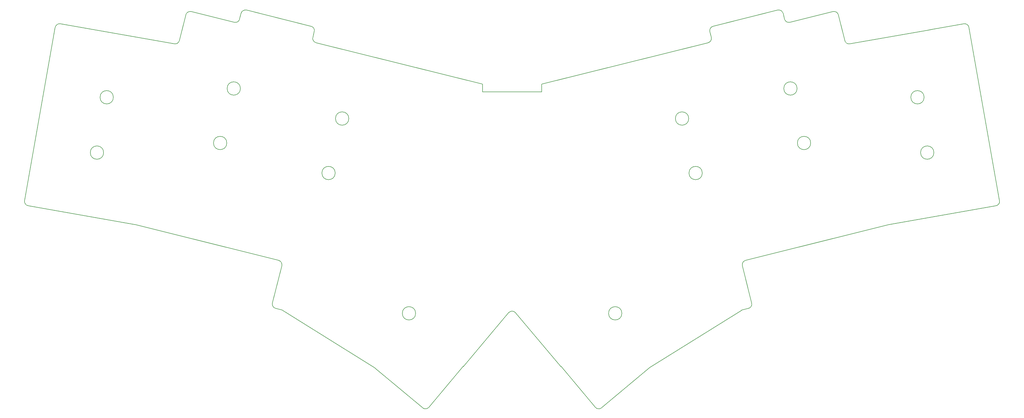
<source format=gbr>
%TF.GenerationSoftware,KiCad,Pcbnew,5.1.12-1.fc35*%
%TF.CreationDate,2022-03-12T21:09:43-08:00*%
%TF.ProjectId,jackalope_unibody,6a61636b-616c-46f7-9065-5f756e69626f,v1.0.0*%
%TF.SameCoordinates,Original*%
%TF.FileFunction,Profile,NP*%
%FSLAX46Y46*%
G04 Gerber Fmt 4.6, Leading zero omitted, Abs format (unit mm)*
G04 Created by KiCad (PCBNEW 5.1.12-1.fc35) date 2022-03-12 21:09:43*
%MOMM*%
%LPD*%
G01*
G04 APERTURE LIST*
%TA.AperFunction,Profile*%
%ADD10C,0.150000*%
%TD*%
G04 APERTURE END LIST*
D10*
X-12713874Y-10197177D02*
X23245676Y-16537816D01*
X-13930613Y-8459493D02*
X-3598546Y50136568D01*
X-12713873Y-10197177D02*
G75*
G02*
X-13930613Y-8459493I260472J1477212D01*
G01*
X-1860862Y51353308D02*
X36648988Y44562982D01*
X-3598546Y50136569D02*
G75*
G02*
X-1860862Y51353307I1477211J-260473D01*
G01*
X23348087Y-16559584D02*
X71876735Y-28659135D01*
X42355425Y55482070D02*
X56909861Y51853241D01*
X40537098Y54389509D02*
G75*
G02*
X42355425Y55482070I1455444J-362883D01*
G01*
X40537099Y54389509D02*
X38364904Y45677311D01*
X83470729Y46776793D02*
X83954572Y48717385D01*
X82862012Y50535711D02*
G75*
G02*
X83954572Y48717385I-362883J-1455443D01*
G01*
X61030358Y55978954D02*
X82862012Y50535712D01*
X58728188Y52945802D02*
X59212031Y54886394D01*
X69824311Y-43091306D02*
X72969295Y-30477461D01*
X70916871Y-44909632D02*
X73287411Y-45500674D01*
X70916871Y-44909632D02*
G75*
G02*
X69824311Y-43091306I362883J1455443D01*
G01*
X134392089Y-64553531D02*
X149650249Y-46369565D01*
X134392089Y-64553531D02*
X134307100Y-64482217D01*
X73259662Y-45545083D02*
X104355760Y-64976082D01*
X73259662Y-45545083D02*
X73287411Y-45500674D01*
X104525063Y-65099087D02*
X120549064Y-78544821D01*
X122662312Y-78359935D02*
X134307100Y-64482217D01*
X244688770Y51853241D02*
X259243206Y55482070D01*
X217035342Y44958467D02*
X160799315Y30937250D01*
X140799315Y30937250D02*
X84563289Y44958467D01*
X278352954Y-16537816D02*
X314312504Y-10197177D01*
X315529244Y-8459493D02*
G75*
G02*
X314312504Y-10197177I-1477212J-260472D01*
G01*
X305197177Y50136568D02*
X315529244Y-8459493D01*
X303459493Y51353308D02*
G75*
G02*
X305197177Y50136568I260472J-1477212D01*
G01*
X303459493Y51353308D02*
X292872810Y49486590D01*
X292872810Y49486590D02*
X291149396Y49182705D01*
X264949643Y44562982D02*
X291149396Y49182705D01*
X229721896Y-28659135D02*
X278250544Y-16559584D01*
X263233727Y45677311D02*
X261061532Y54389509D01*
X259243205Y55482070D02*
G75*
G02*
X261061532Y54389509I362883J-1455444D01*
G01*
X218736619Y50535712D02*
X240568273Y55978954D01*
X217644058Y48717385D02*
G75*
G02*
X218736619Y50535712I1455444J362883D01*
G01*
X217644058Y48717385D02*
X218127902Y46776793D01*
X242386599Y54886394D02*
X242870443Y52945802D01*
X228629335Y-30477461D02*
X231774320Y-43091306D01*
X228311219Y-45500674D02*
X230681759Y-44909632D01*
X231774320Y-43091307D02*
G75*
G02*
X230681759Y-44909632I-1455443J-362882D01*
G01*
X167291531Y-64482217D02*
X167206542Y-64553531D01*
X151948382Y-46369565D02*
X167206542Y-64553531D01*
X197242871Y-64976082D02*
X228338969Y-45545083D01*
X228311219Y-45500674D02*
X228338969Y-45545083D01*
X181049567Y-78544821D02*
X197073568Y-65099087D01*
X167291531Y-64482217D02*
X178936319Y-78359935D01*
X23245676Y-16537816D02*
G75*
G02*
X23348087Y-16559584I-260472J-1477212D01*
G01*
X71876735Y-28659135D02*
G75*
G02*
X72969295Y-30477461I-362883J-1455443D01*
G01*
X104355761Y-64976082D02*
G75*
G02*
X104525063Y-65099088I-794880J-1272072D01*
G01*
X122662312Y-78359935D02*
G75*
G02*
X120549064Y-78544821I-1149067J964181D01*
G01*
X149650249Y-46369564D02*
G75*
G02*
X151948382Y-46369565I1149066J-964182D01*
G01*
X181049567Y-78544821D02*
G75*
G02*
X178936319Y-78359935I-964181J1149067D01*
G01*
X197073569Y-65099088D02*
G75*
G02*
X197242871Y-64976082I964180J-1149066D01*
G01*
X228629336Y-30477461D02*
G75*
G02*
X229721896Y-28659135I1455443J362883D01*
G01*
X278250544Y-16559585D02*
G75*
G02*
X278352954Y-16537816I362883J-1455443D01*
G01*
X264949642Y44562981D02*
G75*
G02*
X263233727Y45677311I-260471J1477212D01*
G01*
X244688770Y51853241D02*
G75*
G02*
X242870443Y52945802I-362883J1455444D01*
G01*
X240568273Y55978954D02*
G75*
G02*
X242386599Y54886394I362883J-1455443D01*
G01*
X218127902Y46776793D02*
G75*
G02*
X217035342Y44958467I-1455443J-362883D01*
G01*
X84563289Y44958466D02*
G75*
G02*
X83470728Y46776793I362883J1455444D01*
G01*
X59212032Y54886394D02*
G75*
G02*
X61030358Y55978954I1455443J-362883D01*
G01*
X58728188Y52945802D02*
G75*
G02*
X56909861Y51853241I-1455444J362883D01*
G01*
X38364903Y45677311D02*
G75*
G02*
X36648988Y44562982I-1455443J362882D01*
G01*
X140799315Y28294852D02*
X160799315Y28294852D01*
X160799315Y28294852D02*
X160799315Y30937250D01*
X140799315Y30937250D02*
X140799315Y28294852D01*
X16062243Y26504187D02*
G75*
G03*
X16062243Y26504187I-2250000J0D01*
G01*
X290036388Y26504187D02*
G75*
G03*
X290036388Y26504187I-2250000J0D01*
G01*
X12762928Y7792840D02*
G75*
G03*
X12762928Y7792840I-2250000J0D01*
G01*
X293335703Y7792840D02*
G75*
G03*
X293335703Y7792840I-2250000J0D01*
G01*
X58992112Y29479219D02*
G75*
G03*
X58992112Y29479219I-2250000J0D01*
G01*
X247106518Y29479219D02*
G75*
G03*
X247106518Y29479219I-2250000J0D01*
G01*
X54395596Y11043601D02*
G75*
G03*
X54395596Y11043601I-2250000J0D01*
G01*
X251703034Y11043601D02*
G75*
G03*
X251703034Y11043601I-2250000J0D01*
G01*
X95621428Y19315892D02*
G75*
G03*
X95621428Y19315892I-2250000J0D01*
G01*
X210477203Y19315892D02*
G75*
G03*
X210477203Y19315892I-2250000J0D01*
G01*
X91024912Y880273D02*
G75*
G03*
X91024912Y880273I-2250000J0D01*
G01*
X215073719Y880273D02*
G75*
G03*
X215073719Y880273I-2250000J0D01*
G01*
X118201173Y-46574570D02*
G75*
G03*
X118201173Y-46574570I-2250000J0D01*
G01*
X187897458Y-46574570D02*
G75*
G03*
X187897458Y-46574570I-2250000J0D01*
G01*
M02*

</source>
